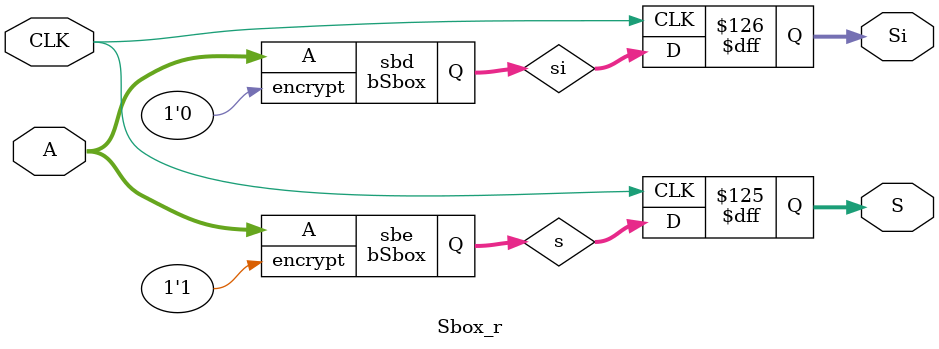
<source format=v>
/* S-box using all normal bases */
/*   case # 4 : [d^16, d], [alpha^8, alpha^2], [Omega^2, Omega] */
/*   beta^8 = N^2*alpha^2, N = w^2 */
/*   optimized using OR gates and NAND gates */

/* square in GF(2^2), using normal basis [Omega^2,Omega] */
/* inverse is the same as square in GF(2^2), using any normal basis */
module GF_SQ_2 ( A, Q );
    input  [1:0] A;
    output [1:0] Q;

    assign Q = { A[0], A[1] };
endmodule

/* scale by w = Omega in GF(2^2), using normal basis [Omega^2,Omega] */
module GF_SCLW_2 ( A, Q );
    input  [1:0] A;
    output [1:0] Q;

    assign Q = { (A[1] ^ A[0]), A[1] };
endmodule

/* scale by w^2 = Omega^2 in GF(2^2), using normal basis [Omega^2,Omega] */
module GF_SCLW2_2 ( A, Q );
    input  [1:0] A;
    output [1:0] Q;

    assign Q = { A[0], (A[1] ^ A[0]) };
endmodule

/* multiply in GF(2^2), shared factors, using normal basis [Omega^2,Omega] */
module GF_MULS_2 ( A, ab, B, cd, Q );
    input  [1:0] A;
    input  ab;
    input  [1:0] B;
    input  cd;
    output [1:0] Q;
    wire   abcd, p, q;
    
    assign abcd = ~(ab & cd);  /* note: ~& syntax for NAND won't compile */
    assign p = (~(A[1] & B[1])) ^ abcd;
    assign q = (~(A[0] & B[0])) ^ abcd;
    assign Q = { p, q };
endmodule

/* multiply & scale by N in GF(2^2), shared factors, basis [Omega^2,Omega] */
module GF_MULS_SCL_2 ( A, ab, B, cd, Q );
    input  [1:0] A;
    input  ab;
    input  [1:0] B;
    input  cd;
    output [1:0] Q;
    wire   t, p, q;
    
    assign t = ~(A[0] & B[0]);  /* note: ~& syntax for NAND won't compile */
    assign p = (~(ab & cd)) ^ t;
    assign q = (~(A[1] & B[1])) ^ t;
    assign Q = { p, q };
endmodule

/* inverse in GF(2^4)/GF(2^2), using normal basis [alpha^8, alpha^2] */
module GF_INV_4 ( A, Q );
    input  [3:0] A;
    output [3:0] Q;
    wire   [1:0] a, b, c, d, p, q;
    wire   sa, sb, sd;   /* for shared factors in multipliers */
    
    assign a = A[3:2];
    assign b = A[1:0];
    assign sa = a[1] ^ a[0];
    assign sb = b[1] ^ b[0];
/* optimize this section as shown below
    GF_MULS_2 abmul(a, sa, b, sb, ab);
    GF_SQ_2 absq( (a ^ b), ab2);
    GF_SCLW2_2 absclN( ab2, ab2N);
    GF_SQ_2 dinv( (ab ^ ab2N), d);
*/
    assign c = {   /* note: ~| syntax for NOR won't compile */
      ~(a[1] | b[1]) ^ (~(sa & sb)) ,
      ~(sa | sb) ^ (~(a[0] & b[0])) };
    GF_SQ_2 dinv( c, d);
/* end of optimization */
    assign sd = d[1] ^ d[0];
    GF_MULS_2 pmul(d, sd, b, sb, p);
    GF_MULS_2 qmul(d, sd, a, sa, q);
    assign Q = { p, q };
endmodule

/* square & scale by nu in GF(2^4)/GF(2^2), normal basis [alpha^8, alpha^2] */
/*   nu = beta^8 = N^2*alpha^2, N = w^2 */
module GF_SQ_SCL_4 ( A, Q );
    input  [3:0] A;
    output [3:0] Q;
    wire   [1:0] a, b, ab2, b2, b2N2;

    assign a = A[3:2];
    assign b = A[1:0];
    GF_SQ_2 absq(a ^ b,ab2);
    GF_SQ_2 bsq(b,b2);
    GF_SCLW_2 bmulN2(b2,b2N2);
    assign Q = { ab2, b2N2 };
endmodule

/* multiply in GF(2^4)/GF(2^2), shared factors, basis [alpha^8, alpha^2] */
module GF_MULS_4 ( A, a, Al, Ah, aa, B, b, Bl, Bh, bb, Q );
    input  [3:0] A;
    input  [1:0] a;
    input        Al;
    input        Ah;
    input        aa;
    input  [3:0] B;
    input  [1:0] b;
    input        Bl;
    input        Bh;
    input        bb;
    output [3:0] Q;
    wire   [1:0] ph, pl, ps, p;
    wire         t;
    
    GF_MULS_2 himul(A[3:2], Ah, B[3:2], Bh, ph);
    GF_MULS_2 lomul(A[1:0], Al, B[1:0], Bl, pl);
    GF_MULS_SCL_2 summul( a, aa, b, bb, p);
    assign Q = { (ph ^ p), (pl ^ p) };
endmodule

/* inverse in GF(2^8)/GF(2^4), using normal basis [d^16, d] */
module GF_INV_8 ( A, Q );
    input  [7:0] A;
    output [7:0] Q;
    wire   [3:0] a, b, c, d, p, q;
    wire   [1:0] sa, sb, sd, t;   /* for shared factors in multipliers */
    wire al, ah, aa, bl, bh, bb, dl, dh, dd;   /* for shared factors */
    wire c1, c2, c3;   /* for temp var */
    
    assign a = A[7:4];
    assign b = A[3:0];
    assign sa = a[3:2] ^ a[1:0];
    assign sb = b[3:2] ^ b[1:0];
    assign al = a[1] ^ a[0];
    assign ah = a[3] ^ a[2];
    assign aa = sa[1] ^ sa[0];
    assign bl = b[1] ^ b[0];
    assign bh = b[3] ^ b[2];
    assign bb = sb[1] ^ sb[0];
/* optimize this section as shown below
    GF_MULS_4 abmul(a, sa, al, ah, aa, b, sb, bl, bh, bb, ab);
    GF_SQ_SCL_4 absq( (a ^ b), ab2);
    GF_INV_4 dinv( (ab ^ ab2), d);
*/
    assign c1 = ~(ah & bh);
    assign c2 = ~(sa[0] & sb[0]);
    assign c3 = ~(aa & bb);
    assign c = {   /* note: ~| syntax for NOR won't compile */
      (~(sa[0] | sb[0]) ^ (~(a[3] & b[3]))) ^ c1 ^ c3 ,
      (~(sa[1] | sb[1]) ^ (~(a[2] & b[2]))) ^ c1 ^ c2 ,
      (~(al | bl) ^ (~(a[1] & b[1]))) ^ c2 ^ c3 ,
      (~(a[0] | b[0]) ^ (~(al & bl))) ^ (~(sa[1] & sb[1])) ^ c2 };
    GF_INV_4 dinv( c, d);
/* end of optimization */
    assign sd = d[3:2] ^ d[1:0];
    assign dl = d[1] ^ d[0];
    assign dh = d[3] ^ d[2];
    assign dd = sd[1] ^ sd[0];
    GF_MULS_4 pmul(d, sd, dl, dh, dd, b, sb, bl, bh, bb, p);
    GF_MULS_4 qmul(d, sd, dl, dh, dd, a, sa, al, ah, aa, q);
    assign Q = { p, q };
endmodule

/* MUX21I is an inverting 2:1 multiplexor */
module MUX21I ( A, B, s, Q );
    input        A;
    input        B;
    input        s;
    output       Q;
    assign Q = ~ ( s ? A : B );  /* mock-up for FPGA implementation */
endmodule

/* select and invert (NOT) byte, using MUX21I */
module SELECT_NOT_8 ( A, B, s, Q );
    input  [7:0] A;
    input  [7:0] B;
    input        s;
    output [7:0] Q;
    MUX21I m7(A[7],B[7],s,Q[7]);
    MUX21I m6(A[6],B[6],s,Q[6]);
    MUX21I m5(A[5],B[5],s,Q[5]);
    MUX21I m4(A[4],B[4],s,Q[4]);
    MUX21I m3(A[3],B[3],s,Q[3]);
    MUX21I m2(A[2],B[2],s,Q[2]);
    MUX21I m1(A[1],B[1],s,Q[1]);
    MUX21I m0(A[0],B[0],s,Q[0]);
endmodule

/* find either Sbox or its inverse in GF(2^8), by Canright Algorithm */
module bSbox ( A, encrypt, Q );
    input  [7:0] A;
    input        encrypt;  /* 1 for Sbox, 0 for inverse Sbox */
    output [7:0] Q;
    wire   [7:0] B, C, D, X, Y, Z;
    wire R1, R2, R3, R4, R5, R6, R7, R8, R9;
    wire T1, T2, T3, T4, T5, T6, T7, T8, T9, T10;

/* change basis from GF(2^8) to GF(2^8)/GF(2^4)/GF(2^2) */
/* combine with bit inverse matrix multiply of Sbox */
assign  R1  = A[7] ^ A[5] ;
assign  R2  = A[7] ~^ A[4] ;
assign  R3  = A[6] ^ A[0] ;
assign  R4  = A[5] ~^  R3  ;
assign  R5  = A[4] ^  R4  ;
assign  R6  = A[3] ^ A[0] ;
assign  R7  = A[2] ^  R1  ;
assign  R8  = A[1] ^  R3  ;
assign  R9  = A[3] ^  R8  ;
assign B[7] =  R7  ~^  R8  ;
assign B[6] =  R5  ;
assign B[5] = A[1] ^  R4  ;
assign B[4] =  R1  ~^  R3  ;
assign B[3] = A[1] ^  R2  ^  R6  ;
assign B[2] = ~ A[0] ;
assign B[1] =  R4  ;
assign B[0] = A[2] ~^  R9  ;
assign Y[7] =  R2  ;
assign Y[6] = A[4] ^  R8  ;
assign Y[5] = A[6] ^ A[4] ;
assign Y[4] =  R9  ;
assign Y[3] = A[6] ~^  R2  ;
assign Y[2] =  R7  ;
assign Y[1] = A[4] ^  R6  ;
assign Y[0] = A[1] ^  R5  ;
    SELECT_NOT_8 sel_in( B, Y, encrypt, Z );
    GF_INV_8 inv( Z, C );
/* change basis back from GF(2^8)/GF(2^4)/GF(2^2) to GF(2^8) */
assign  T1  = C[7] ^ C[3] ;
assign  T2  = C[6] ^ C[4] ;
assign  T3  = C[6] ^ C[0] ;
assign  T4  = C[5] ~^ C[3] ;
assign  T5  = C[5] ~^  T1  ;
assign  T6  = C[5] ~^ C[1] ;
assign  T7  = C[4] ~^  T6  ;
assign  T8  = C[2] ^  T4  ;
assign  T9  = C[1] ^  T2  ;
assign  T10  =  T3  ^  T5  ;
assign D[7] =  T4  ;
assign D[6] =  T1  ;
assign D[5] =  T3  ;
assign D[4] =  T5  ;
assign D[3] =  T2  ^  T5  ;
assign D[2] =  T3  ^  T8  ;
assign D[1] =  T7  ;
assign D[0] =  T9  ;
assign X[7] = C[4] ~^ C[1] ;
assign X[6] = C[1] ^  T10  ;
assign X[5] = C[2] ^  T10  ;
assign X[4] = C[6] ~^ C[1] ;
assign X[3] =  T8  ^  T9  ;
assign X[2] = C[7] ~^  T7  ;
assign X[1] =  T6  ;
assign X[0] = ~ C[2] ;
    SELECT_NOT_8 sel_out( D, X, encrypt, Q );
endmodule

/* test program: put Sbox output into register */
module Sbox_r ( A, S, Si, CLK );
    input  [7:0] A;
    output [7:0] S;
    output [7:0] Si;
    input  CLK  /* synthesis syn_noclockbuf=1 */ ;
    reg    [7:0] S;
    reg    [7:0] Si;
    wire   [7:0] s;
    wire   [7:0] si;
    
    bSbox sbe(A,1,s);
    bSbox sbd(A,0,si);
    always @ (posedge CLK) begin
    S <= s;
    Si <= si;
    end
endmodule

</source>
